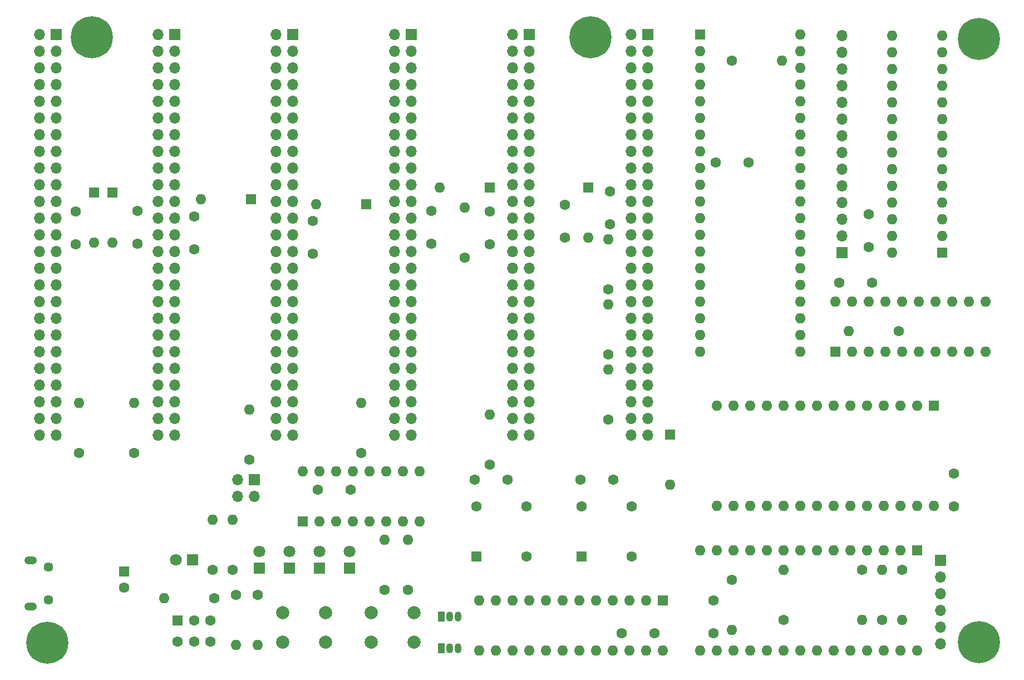
<source format=gbr>
G04 #@! TF.GenerationSoftware,KiCad,Pcbnew,(5.1.10-1-10_14)*
G04 #@! TF.CreationDate,2021-10-31T19:01:14+01:00*
G04 #@! TF.ProjectId,cpu_backplane,6370755f-6261-4636-9b70-6c616e652e6b,rev?*
G04 #@! TF.SameCoordinates,Original*
G04 #@! TF.FileFunction,Soldermask,Bot*
G04 #@! TF.FilePolarity,Negative*
%FSLAX46Y46*%
G04 Gerber Fmt 4.6, Leading zero omitted, Abs format (unit mm)*
G04 Created by KiCad (PCBNEW (5.1.10-1-10_14)) date 2021-10-31 19:01:14*
%MOMM*%
%LPD*%
G01*
G04 APERTURE LIST*
%ADD10R,1.050000X1.500000*%
%ADD11O,1.050000X1.500000*%
%ADD12C,1.600000*%
%ADD13O,1.600000X1.600000*%
%ADD14R,1.600000X1.600000*%
%ADD15O,1.700000X1.700000*%
%ADD16R,1.700000X1.700000*%
%ADD17C,1.800000*%
%ADD18R,1.800000X1.800000*%
%ADD19C,6.400000*%
%ADD20O,1.900000X1.200000*%
%ADD21C,1.450000*%
%ADD22C,2.000000*%
G04 APERTURE END LIST*
D10*
G04 #@! TO.C,IC2*
X64008000Y-96774000D03*
D11*
X66548000Y-96774000D03*
X65278000Y-96774000D03*
G04 #@! TD*
D10*
G04 #@! TO.C,IC1*
X64008000Y-91948000D03*
D11*
X66548000Y-91948000D03*
X65278000Y-91948000D03*
G04 #@! TD*
D12*
G04 #@! TO.C,C18*
X141986000Y-70184000D03*
X141986000Y-75184000D03*
G04 #@! TD*
D13*
G04 #@! TO.C,R27*
X115824000Y-7366000D03*
D12*
X108204000Y-7366000D03*
G04 #@! TD*
D13*
G04 #@! TO.C,U8*
X138938000Y-75120500D03*
X105918000Y-59880500D03*
X136398000Y-75120500D03*
X108458000Y-59880500D03*
X133858000Y-75120500D03*
X110998000Y-59880500D03*
X131318000Y-75120500D03*
X113538000Y-59880500D03*
X128778000Y-75120500D03*
X116078000Y-59880500D03*
X126238000Y-75120500D03*
X118618000Y-59880500D03*
X123698000Y-75120500D03*
X121158000Y-59880500D03*
X121158000Y-75120500D03*
X123698000Y-59880500D03*
X118618000Y-75120500D03*
X126238000Y-59880500D03*
X116078000Y-75120500D03*
X128778000Y-59880500D03*
X113538000Y-75120500D03*
X131318000Y-59880500D03*
X110998000Y-75120500D03*
X133858000Y-59880500D03*
X108458000Y-75120500D03*
X136398000Y-59880500D03*
X105918000Y-75120500D03*
D14*
X138938000Y-59880500D03*
G04 #@! TD*
D13*
G04 #@! TO.C,R26*
X128016000Y-92456000D03*
D12*
X128016000Y-84836000D03*
G04 #@! TD*
D13*
G04 #@! TO.C,R25*
X108204000Y-93980000D03*
D12*
X108204000Y-86360000D03*
G04 #@! TD*
D13*
G04 #@! TO.C,R24*
X116078000Y-84836000D03*
D12*
X116078000Y-92456000D03*
G04 #@! TD*
D13*
G04 #@! TO.C,R23*
X131064000Y-84836000D03*
D12*
X131064000Y-92456000D03*
G04 #@! TD*
D13*
G04 #@! TO.C,R22*
X8890000Y-59436000D03*
D12*
X8890000Y-67056000D03*
G04 #@! TD*
D13*
G04 #@! TO.C,R21*
X125984000Y-48514000D03*
D12*
X133604000Y-48514000D03*
G04 #@! TD*
D13*
G04 #@! TO.C,R18*
X29210000Y-77216000D03*
D12*
X29210000Y-84836000D03*
G04 #@! TD*
D13*
G04 #@! TO.C,R17*
X32258000Y-77216000D03*
D12*
X32258000Y-84836000D03*
G04 #@! TD*
D13*
G04 #@! TO.C,R15*
X134112000Y-92456000D03*
D12*
X134112000Y-84836000D03*
G04 #@! TD*
D13*
G04 #@! TO.C,R14*
X89408000Y-34544000D03*
D12*
X89408000Y-42164000D03*
G04 #@! TD*
D13*
G04 #@! TO.C,R13*
X58928000Y-80264000D03*
D12*
X58928000Y-87884000D03*
G04 #@! TD*
D13*
G04 #@! TO.C,R12*
X55372000Y-80264000D03*
D12*
X55372000Y-87884000D03*
G04 #@! TD*
D13*
G04 #@! TO.C,R11*
X36068000Y-96266000D03*
D12*
X36068000Y-88646000D03*
G04 #@! TD*
D13*
G04 #@! TO.C,R10*
X32766000Y-96266000D03*
D12*
X32766000Y-88646000D03*
G04 #@! TD*
D13*
G04 #@! TO.C,R9*
X21844000Y-89154000D03*
D12*
X29464000Y-89154000D03*
G04 #@! TD*
D13*
G04 #@! TO.C,R8*
X89408000Y-54356000D03*
D12*
X89408000Y-61976000D03*
G04 #@! TD*
D13*
G04 #@! TO.C,R6*
X71374000Y-61214000D03*
D12*
X71374000Y-68834000D03*
G04 #@! TD*
D13*
G04 #@! TO.C,R5*
X51816000Y-59436000D03*
D12*
X51816000Y-67056000D03*
G04 #@! TD*
D13*
G04 #@! TO.C,R4*
X34798000Y-60452000D03*
D12*
X34798000Y-68072000D03*
G04 #@! TD*
D13*
G04 #@! TO.C,R3*
X17272000Y-59436000D03*
D12*
X17272000Y-67056000D03*
G04 #@! TD*
D13*
G04 #@! TO.C,R2*
X67564000Y-29718000D03*
D12*
X67564000Y-37338000D03*
G04 #@! TD*
D13*
G04 #@! TO.C,R1*
X89408000Y-44450000D03*
D12*
X89408000Y-52070000D03*
G04 #@! TD*
D15*
G04 #@! TO.C,J4*
X124968000Y-3556000D03*
X124968000Y-6096000D03*
X124968000Y-8636000D03*
X124968000Y-11176000D03*
X124968000Y-13716000D03*
X124968000Y-16256000D03*
X124968000Y-18796000D03*
X124968000Y-21336000D03*
X124968000Y-23876000D03*
X124968000Y-26416000D03*
X124968000Y-28956000D03*
X124968000Y-31496000D03*
X124968000Y-34036000D03*
D16*
X124968000Y-36576000D03*
G04 #@! TD*
D12*
G04 #@! TO.C,C5*
X82804000Y-29290000D03*
X82804000Y-34290000D03*
G04 #@! TD*
D13*
G04 #@! TO.C,U7*
X132588000Y-36576000D03*
X140208000Y-3556000D03*
X132588000Y-34036000D03*
X140208000Y-6096000D03*
X132588000Y-31496000D03*
X140208000Y-8636000D03*
X132588000Y-28956000D03*
X140208000Y-11176000D03*
X132588000Y-26416000D03*
X140208000Y-13716000D03*
X132588000Y-23876000D03*
X140208000Y-16256000D03*
X132588000Y-21336000D03*
X140208000Y-18796000D03*
X132588000Y-18796000D03*
X140208000Y-21336000D03*
X132588000Y-16256000D03*
X140208000Y-23876000D03*
X132588000Y-13716000D03*
X140208000Y-26416000D03*
X132588000Y-11176000D03*
X140208000Y-28956000D03*
X132588000Y-8636000D03*
X140208000Y-31496000D03*
X132588000Y-6096000D03*
X140208000Y-34036000D03*
X132588000Y-3556000D03*
D14*
X140208000Y-36576000D03*
G04 #@! TD*
D17*
G04 #@! TO.C,LED4*
X50038000Y-82042000D03*
D18*
X50038000Y-84582000D03*
G04 #@! TD*
D17*
G04 #@! TO.C,LED3*
X45466000Y-82042000D03*
D18*
X45466000Y-84582000D03*
G04 #@! TD*
D17*
G04 #@! TO.C,LED2*
X40894000Y-82042000D03*
D18*
X40894000Y-84582000D03*
G04 #@! TD*
D17*
G04 #@! TO.C,LED1*
X36322000Y-82042000D03*
D18*
X36322000Y-84582000D03*
G04 #@! TD*
D17*
G04 #@! TO.C,D1*
X23622000Y-83312000D03*
D18*
X26162000Y-83312000D03*
G04 #@! TD*
D12*
G04 #@! TO.C,C17*
X85170000Y-71120000D03*
X90170000Y-71120000D03*
G04 #@! TD*
G04 #@! TO.C,X3*
X92964000Y-82804000D03*
X92964000Y-75184000D03*
X85344000Y-75184000D03*
D14*
X85344000Y-82804000D03*
G04 #@! TD*
D13*
G04 #@! TO.C,U5*
X123952000Y-44069000D03*
X146812000Y-51689000D03*
X126492000Y-44069000D03*
X144272000Y-51689000D03*
X129032000Y-44069000D03*
X141732000Y-51689000D03*
X131572000Y-44069000D03*
X139192000Y-51689000D03*
X134112000Y-44069000D03*
X136652000Y-51689000D03*
X136652000Y-44069000D03*
X134112000Y-51689000D03*
X139192000Y-44069000D03*
X131572000Y-51689000D03*
X141732000Y-44069000D03*
X129032000Y-51689000D03*
X144272000Y-44069000D03*
X126492000Y-51689000D03*
X146812000Y-44069000D03*
D14*
X123952000Y-51689000D03*
G04 #@! TD*
D13*
G04 #@! TO.C,U1*
X42926000Y-69850000D03*
X60706000Y-77470000D03*
X45466000Y-69850000D03*
X58166000Y-77470000D03*
X48006000Y-69850000D03*
X55626000Y-77470000D03*
X50546000Y-69850000D03*
X53086000Y-77470000D03*
X53086000Y-69850000D03*
X50546000Y-77470000D03*
X55626000Y-69850000D03*
X48006000Y-77470000D03*
X58166000Y-69850000D03*
X45466000Y-77470000D03*
X60706000Y-69850000D03*
D14*
X42926000Y-77470000D03*
G04 #@! TD*
D13*
G04 #@! TO.C,D8*
X98806000Y-71882000D03*
D14*
X98806000Y-64262000D03*
G04 #@! TD*
D13*
G04 #@! TO.C,D7*
X27432000Y-28448000D03*
D14*
X35052000Y-28448000D03*
G04 #@! TD*
D13*
G04 #@! TO.C,D6*
X44958000Y-29210000D03*
D14*
X52578000Y-29210000D03*
G04 #@! TD*
D13*
G04 #@! TO.C,D5*
X11176000Y-35052000D03*
D14*
X11176000Y-27432000D03*
G04 #@! TD*
D13*
G04 #@! TO.C,D4*
X63754000Y-26670000D03*
D14*
X71374000Y-26670000D03*
G04 #@! TD*
D13*
G04 #@! TO.C,D3*
X86360000Y-34290000D03*
D14*
X86360000Y-26670000D03*
G04 #@! TD*
D13*
G04 #@! TO.C,D2*
X13970000Y-35052000D03*
D14*
X13970000Y-27432000D03*
G04 #@! TD*
D12*
G04 #@! TO.C,C16*
X96440000Y-94488000D03*
X91440000Y-94488000D03*
G04 #@! TD*
G04 #@! TO.C,C15*
X124540000Y-41148000D03*
X129540000Y-41148000D03*
G04 #@! TD*
G04 #@! TO.C,C14*
X105410000Y-89488000D03*
X105410000Y-94488000D03*
G04 #@! TD*
G04 #@! TO.C,C12*
X105744000Y-22860000D03*
X110744000Y-22860000D03*
G04 #@! TD*
G04 #@! TO.C,C11*
X71374000Y-30306000D03*
X71374000Y-35306000D03*
G04 #@! TD*
G04 #@! TO.C,C10*
X26416000Y-31068000D03*
X26416000Y-36068000D03*
G04 #@! TD*
G04 #@! TO.C,C9*
X129032000Y-35734000D03*
X129032000Y-30734000D03*
G04 #@! TD*
G04 #@! TO.C,C8*
X17780000Y-35226000D03*
X17780000Y-30226000D03*
G04 #@! TD*
G04 #@! TO.C,C7*
X8382000Y-30306000D03*
X8382000Y-35306000D03*
G04 #@! TD*
G04 #@! TO.C,C6*
X44450000Y-36750000D03*
X44450000Y-31750000D03*
G04 #@! TD*
G04 #@! TO.C,C4*
X74088000Y-71120000D03*
X69088000Y-71120000D03*
G04 #@! TD*
G04 #@! TO.C,C3*
X62484000Y-35226000D03*
X62484000Y-30226000D03*
G04 #@! TD*
G04 #@! TO.C,C2*
X50212000Y-72644000D03*
X45212000Y-72644000D03*
G04 #@! TD*
G04 #@! TO.C,C1*
X89662000Y-27258000D03*
X89662000Y-32258000D03*
G04 #@! TD*
D15*
G04 #@! TO.C,SLOT0*
X92837000Y-64389000D03*
X95377000Y-64389000D03*
X92837000Y-61849000D03*
X95377000Y-61849000D03*
X92837000Y-59309000D03*
X95377000Y-59309000D03*
X92837000Y-56769000D03*
X95377000Y-56769000D03*
X92837000Y-54229000D03*
X95377000Y-54229000D03*
X92837000Y-51689000D03*
X95377000Y-51689000D03*
X92837000Y-49149000D03*
X95377000Y-49149000D03*
X92837000Y-46609000D03*
X95377000Y-46609000D03*
X92837000Y-44069000D03*
X95377000Y-44069000D03*
X92837000Y-41529000D03*
X95377000Y-41529000D03*
X92837000Y-38989000D03*
X95377000Y-38989000D03*
X92837000Y-36449000D03*
X95377000Y-36449000D03*
X92837000Y-33909000D03*
X95377000Y-33909000D03*
X92837000Y-31369000D03*
X95377000Y-31369000D03*
X92837000Y-28829000D03*
X95377000Y-28829000D03*
X92837000Y-26289000D03*
X95377000Y-26289000D03*
X92837000Y-23749000D03*
X95377000Y-23749000D03*
X92837000Y-21209000D03*
X95377000Y-21209000D03*
X92837000Y-18669000D03*
X95377000Y-18669000D03*
X92837000Y-16129000D03*
X95377000Y-16129000D03*
X92837000Y-13589000D03*
X95377000Y-13589000D03*
X92837000Y-11049000D03*
X95377000Y-11049000D03*
X92837000Y-8509000D03*
X95377000Y-8509000D03*
X92837000Y-5969000D03*
X95377000Y-5969000D03*
X92837000Y-3429000D03*
D16*
X95377000Y-3429000D03*
G04 #@! TD*
D15*
G04 #@! TO.C,J3*
X139954000Y-96075500D03*
X139954000Y-93535500D03*
X139954000Y-90995500D03*
X139954000Y-88455500D03*
X139954000Y-85915500D03*
D16*
X139954000Y-83375500D03*
G04 #@! TD*
D19*
G04 #@! TO.C,H6*
X145732500Y-4064000D03*
G04 #@! TD*
G04 #@! TO.C,H5*
X145732500Y-95885000D03*
G04 #@! TD*
D13*
G04 #@! TO.C,U9*
X136398000Y-97155000D03*
X103378000Y-81915000D03*
X133858000Y-97155000D03*
X105918000Y-81915000D03*
X131318000Y-97155000D03*
X108458000Y-81915000D03*
X128778000Y-97155000D03*
X110998000Y-81915000D03*
X126238000Y-97155000D03*
X113538000Y-81915000D03*
X123698000Y-97155000D03*
X116078000Y-81915000D03*
X121158000Y-97155000D03*
X118618000Y-81915000D03*
X118618000Y-97155000D03*
X121158000Y-81915000D03*
X116078000Y-97155000D03*
X123698000Y-81915000D03*
X113538000Y-97155000D03*
X126238000Y-81915000D03*
X110998000Y-97155000D03*
X128778000Y-81915000D03*
X108458000Y-97155000D03*
X131318000Y-81915000D03*
X105918000Y-97155000D03*
X133858000Y-81915000D03*
X103378000Y-97155000D03*
D14*
X136398000Y-81915000D03*
G04 #@! TD*
D13*
G04 #@! TO.C,U6*
X118618000Y-3365500D03*
X103378000Y-51625500D03*
X118618000Y-5905500D03*
X103378000Y-49085500D03*
X118618000Y-8445500D03*
X103378000Y-46545500D03*
X118618000Y-10985500D03*
X103378000Y-44005500D03*
X118618000Y-13525500D03*
X103378000Y-41465500D03*
X118618000Y-16065500D03*
X103378000Y-38925500D03*
X118618000Y-18605500D03*
X103378000Y-36385500D03*
X118618000Y-21145500D03*
X103378000Y-33845500D03*
X118618000Y-23685500D03*
X103378000Y-31305500D03*
X118618000Y-26225500D03*
X103378000Y-28765500D03*
X118618000Y-28765500D03*
X103378000Y-26225500D03*
X118618000Y-31305500D03*
X103378000Y-23685500D03*
X118618000Y-33845500D03*
X103378000Y-21145500D03*
X118618000Y-36385500D03*
X103378000Y-18605500D03*
X118618000Y-38925500D03*
X103378000Y-16065500D03*
X118618000Y-41465500D03*
X103378000Y-13525500D03*
X118618000Y-44005500D03*
X103378000Y-10985500D03*
X118618000Y-46545500D03*
X103378000Y-8445500D03*
X118618000Y-49085500D03*
X103378000Y-5905500D03*
X118618000Y-51625500D03*
D14*
X103378000Y-3365500D03*
G04 #@! TD*
D19*
G04 #@! TO.C,H3*
X10795000Y-3810000D03*
G04 #@! TD*
G04 #@! TO.C,H2*
X4064000Y-95948500D03*
G04 #@! TD*
G04 #@! TO.C,H1*
X86677500Y-3810000D03*
G04 #@! TD*
D15*
G04 #@! TO.C,J2*
X33020000Y-73660000D03*
X33020000Y-71120000D03*
X35560000Y-73660000D03*
D16*
X35560000Y-71120000D03*
G04 #@! TD*
D12*
G04 #@! TO.C,X1*
X76962000Y-82804000D03*
X76962000Y-75184000D03*
X69342000Y-75184000D03*
D14*
X69342000Y-82804000D03*
G04 #@! TD*
D20*
G04 #@! TO.C,J1*
X1493000Y-90431500D03*
X1493000Y-83431500D03*
D21*
X4193000Y-89431500D03*
X4193000Y-84431500D03*
G04 #@! TD*
D13*
G04 #@! TO.C,U4*
X97663000Y-97155000D03*
X69723000Y-89535000D03*
X95123000Y-97155000D03*
X72263000Y-89535000D03*
X92583000Y-97155000D03*
X74803000Y-89535000D03*
X90043000Y-97155000D03*
X77343000Y-89535000D03*
X87503000Y-97155000D03*
X79883000Y-89535000D03*
X84963000Y-97155000D03*
X82423000Y-89535000D03*
X82423000Y-97155000D03*
X84963000Y-89535000D03*
X79883000Y-97155000D03*
X87503000Y-89535000D03*
X77343000Y-97155000D03*
X90043000Y-89535000D03*
X74803000Y-97155000D03*
X92583000Y-89535000D03*
X72263000Y-97155000D03*
X95123000Y-89535000D03*
X69723000Y-97155000D03*
D14*
X97663000Y-89535000D03*
G04 #@! TD*
D22*
G04 #@! TO.C,RESET1*
X53317000Y-95885000D03*
X53317000Y-91385000D03*
X59817000Y-95885000D03*
X59817000Y-91385000D03*
G04 #@! TD*
G04 #@! TO.C,NMI1*
X39855000Y-95885000D03*
X39855000Y-91385000D03*
X46355000Y-95885000D03*
X46355000Y-91385000D03*
G04 #@! TD*
D12*
G04 #@! TO.C,C13*
X15684500Y-87590000D03*
D14*
X15684500Y-85090000D03*
G04 #@! TD*
D12*
G04 #@! TO.C,SW1*
X28876000Y-95783000D03*
X26376000Y-95783000D03*
X23876000Y-95783000D03*
X28876000Y-92583000D03*
X26376000Y-92583000D03*
D14*
X23876000Y-92583000D03*
G04 #@! TD*
D15*
G04 #@! TO.C,SLOT5*
X2837000Y-64389000D03*
X5377000Y-64389000D03*
X2837000Y-61849000D03*
X5377000Y-61849000D03*
X2837000Y-59309000D03*
X5377000Y-59309000D03*
X2837000Y-56769000D03*
X5377000Y-56769000D03*
X2837000Y-54229000D03*
X5377000Y-54229000D03*
X2837000Y-51689000D03*
X5377000Y-51689000D03*
X2837000Y-49149000D03*
X5377000Y-49149000D03*
X2837000Y-46609000D03*
X5377000Y-46609000D03*
X2837000Y-44069000D03*
X5377000Y-44069000D03*
X2837000Y-41529000D03*
X5377000Y-41529000D03*
X2837000Y-38989000D03*
X5377000Y-38989000D03*
X2837000Y-36449000D03*
X5377000Y-36449000D03*
X2837000Y-33909000D03*
X5377000Y-33909000D03*
X2837000Y-31369000D03*
X5377000Y-31369000D03*
X2837000Y-28829000D03*
X5377000Y-28829000D03*
X2837000Y-26289000D03*
X5377000Y-26289000D03*
X2837000Y-23749000D03*
X5377000Y-23749000D03*
X2837000Y-21209000D03*
X5377000Y-21209000D03*
X2837000Y-18669000D03*
X5377000Y-18669000D03*
X2837000Y-16129000D03*
X5377000Y-16129000D03*
X2837000Y-13589000D03*
X5377000Y-13589000D03*
X2837000Y-11049000D03*
X5377000Y-11049000D03*
X2837000Y-8509000D03*
X5377000Y-8509000D03*
X2837000Y-5969000D03*
X5377000Y-5969000D03*
X2837000Y-3429000D03*
D16*
X5377000Y-3429000D03*
G04 #@! TD*
D15*
G04 #@! TO.C,SLOT4*
X20837000Y-64389000D03*
X23377000Y-64389000D03*
X20837000Y-61849000D03*
X23377000Y-61849000D03*
X20837000Y-59309000D03*
X23377000Y-59309000D03*
X20837000Y-56769000D03*
X23377000Y-56769000D03*
X20837000Y-54229000D03*
X23377000Y-54229000D03*
X20837000Y-51689000D03*
X23377000Y-51689000D03*
X20837000Y-49149000D03*
X23377000Y-49149000D03*
X20837000Y-46609000D03*
X23377000Y-46609000D03*
X20837000Y-44069000D03*
X23377000Y-44069000D03*
X20837000Y-41529000D03*
X23377000Y-41529000D03*
X20837000Y-38989000D03*
X23377000Y-38989000D03*
X20837000Y-36449000D03*
X23377000Y-36449000D03*
X20837000Y-33909000D03*
X23377000Y-33909000D03*
X20837000Y-31369000D03*
X23377000Y-31369000D03*
X20837000Y-28829000D03*
X23377000Y-28829000D03*
X20837000Y-26289000D03*
X23377000Y-26289000D03*
X20837000Y-23749000D03*
X23377000Y-23749000D03*
X20837000Y-21209000D03*
X23377000Y-21209000D03*
X20837000Y-18669000D03*
X23377000Y-18669000D03*
X20837000Y-16129000D03*
X23377000Y-16129000D03*
X20837000Y-13589000D03*
X23377000Y-13589000D03*
X20837000Y-11049000D03*
X23377000Y-11049000D03*
X20837000Y-8509000D03*
X23377000Y-8509000D03*
X20837000Y-5969000D03*
X23377000Y-5969000D03*
X20837000Y-3429000D03*
D16*
X23377000Y-3429000D03*
G04 #@! TD*
D15*
G04 #@! TO.C,SLOT3*
X38837000Y-64389000D03*
X41377000Y-64389000D03*
X38837000Y-61849000D03*
X41377000Y-61849000D03*
X38837000Y-59309000D03*
X41377000Y-59309000D03*
X38837000Y-56769000D03*
X41377000Y-56769000D03*
X38837000Y-54229000D03*
X41377000Y-54229000D03*
X38837000Y-51689000D03*
X41377000Y-51689000D03*
X38837000Y-49149000D03*
X41377000Y-49149000D03*
X38837000Y-46609000D03*
X41377000Y-46609000D03*
X38837000Y-44069000D03*
X41377000Y-44069000D03*
X38837000Y-41529000D03*
X41377000Y-41529000D03*
X38837000Y-38989000D03*
X41377000Y-38989000D03*
X38837000Y-36449000D03*
X41377000Y-36449000D03*
X38837000Y-33909000D03*
X41377000Y-33909000D03*
X38837000Y-31369000D03*
X41377000Y-31369000D03*
X38837000Y-28829000D03*
X41377000Y-28829000D03*
X38837000Y-26289000D03*
X41377000Y-26289000D03*
X38837000Y-23749000D03*
X41377000Y-23749000D03*
X38837000Y-21209000D03*
X41377000Y-21209000D03*
X38837000Y-18669000D03*
X41377000Y-18669000D03*
X38837000Y-16129000D03*
X41377000Y-16129000D03*
X38837000Y-13589000D03*
X41377000Y-13589000D03*
X38837000Y-11049000D03*
X41377000Y-11049000D03*
X38837000Y-8509000D03*
X41377000Y-8509000D03*
X38837000Y-5969000D03*
X41377000Y-5969000D03*
X38837000Y-3429000D03*
D16*
X41377000Y-3429000D03*
G04 #@! TD*
D15*
G04 #@! TO.C,SLOT2*
X56837000Y-64389000D03*
X59377000Y-64389000D03*
X56837000Y-61849000D03*
X59377000Y-61849000D03*
X56837000Y-59309000D03*
X59377000Y-59309000D03*
X56837000Y-56769000D03*
X59377000Y-56769000D03*
X56837000Y-54229000D03*
X59377000Y-54229000D03*
X56837000Y-51689000D03*
X59377000Y-51689000D03*
X56837000Y-49149000D03*
X59377000Y-49149000D03*
X56837000Y-46609000D03*
X59377000Y-46609000D03*
X56837000Y-44069000D03*
X59377000Y-44069000D03*
X56837000Y-41529000D03*
X59377000Y-41529000D03*
X56837000Y-38989000D03*
X59377000Y-38989000D03*
X56837000Y-36449000D03*
X59377000Y-36449000D03*
X56837000Y-33909000D03*
X59377000Y-33909000D03*
X56837000Y-31369000D03*
X59377000Y-31369000D03*
X56837000Y-28829000D03*
X59377000Y-28829000D03*
X56837000Y-26289000D03*
X59377000Y-26289000D03*
X56837000Y-23749000D03*
X59377000Y-23749000D03*
X56837000Y-21209000D03*
X59377000Y-21209000D03*
X56837000Y-18669000D03*
X59377000Y-18669000D03*
X56837000Y-16129000D03*
X59377000Y-16129000D03*
X56837000Y-13589000D03*
X59377000Y-13589000D03*
X56837000Y-11049000D03*
X59377000Y-11049000D03*
X56837000Y-8509000D03*
X59377000Y-8509000D03*
X56837000Y-5969000D03*
X59377000Y-5969000D03*
X56837000Y-3429000D03*
D16*
X59377000Y-3429000D03*
G04 #@! TD*
D15*
G04 #@! TO.C,SLOT1*
X74837000Y-64389000D03*
X77377000Y-64389000D03*
X74837000Y-61849000D03*
X77377000Y-61849000D03*
X74837000Y-59309000D03*
X77377000Y-59309000D03*
X74837000Y-56769000D03*
X77377000Y-56769000D03*
X74837000Y-54229000D03*
X77377000Y-54229000D03*
X74837000Y-51689000D03*
X77377000Y-51689000D03*
X74837000Y-49149000D03*
X77377000Y-49149000D03*
X74837000Y-46609000D03*
X77377000Y-46609000D03*
X74837000Y-44069000D03*
X77377000Y-44069000D03*
X74837000Y-41529000D03*
X77377000Y-41529000D03*
X74837000Y-38989000D03*
X77377000Y-38989000D03*
X74837000Y-36449000D03*
X77377000Y-36449000D03*
X74837000Y-33909000D03*
X77377000Y-33909000D03*
X74837000Y-31369000D03*
X77377000Y-31369000D03*
X74837000Y-28829000D03*
X77377000Y-28829000D03*
X74837000Y-26289000D03*
X77377000Y-26289000D03*
X74837000Y-23749000D03*
X77377000Y-23749000D03*
X74837000Y-21209000D03*
X77377000Y-21209000D03*
X74837000Y-18669000D03*
X77377000Y-18669000D03*
X74837000Y-16129000D03*
X77377000Y-16129000D03*
X74837000Y-13589000D03*
X77377000Y-13589000D03*
X74837000Y-11049000D03*
X77377000Y-11049000D03*
X74837000Y-8509000D03*
X77377000Y-8509000D03*
X74837000Y-5969000D03*
X77377000Y-5969000D03*
X74837000Y-3429000D03*
D16*
X77377000Y-3429000D03*
G04 #@! TD*
M02*

</source>
